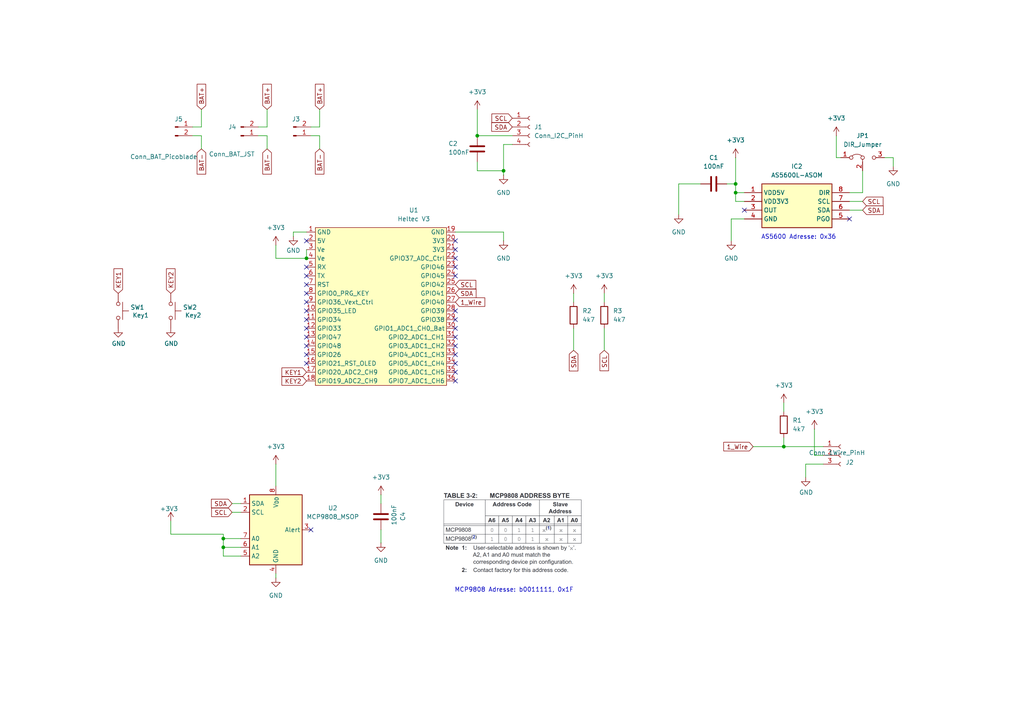
<source format=kicad_sch>
(kicad_sch (version 20231120) (generator "eeschema") (generator_version "8.0")
  (paper "A4")
  (lib_symbols
    (symbol "AS5600L-ASOM:AS5600L-ASOM"
      (property "Reference" "IC" (at 26.67 7.62 0))
      (property "Value" "AS5600L-ASOM" (at 26.67 5.08 0))
      (symbol "AS5600L-ASOM_1_1"
        (rectangle (start 5.08 2.54) (end 25.4 -10.16) (stroke (width 0.254)) (fill (type background)))
        (pin passive line (at 0 0 0) (length 5.08) (name "VDD5V") (number "1"))
        (pin passive line (at 0 -2.54 0) (length 5.08) (name "VDD3V3") (number "2"))
        (pin passive line (at 0 -5.08 0) (length 5.08) (name "OUT") (number "3"))
        (pin passive line (at 0 -7.62 0) (length 5.08) (name "GND") (number "4"))
        (pin passive line (at 30.48 -7.62 180) (length 5.08) (name "PGO") (number "5"))
        (pin passive line (at 30.48 -5.08 180) (length 5.08) (name "SDA") (number "6"))
        (pin passive line (at 30.48 -2.54 180) (length 5.08) (name "SCL") (number "7"))
        (pin passive line (at 30.48 0 180) (length 5.08) (name "DIR") (number "8"))
      )
    )
    (symbol "Connector:Conn_01x02_Pin" (pin_names (offset 1.016) hide)
      (property "Reference" "J" (at 0 2.54 0))
      (property "Value" "Conn_01x02_Pin" (at 0 -5.08 0))
      (symbol "Conn_01x02_Pin_1_1"
        (polyline (pts (xy 1.27 -2.54) (xy 0.8636 -2.54)) (stroke (width 0.1524)))
        (polyline (pts (xy 1.27 0) (xy 0.8636 0)) (stroke (width 0.1524)))
        (rectangle (start 0.8636 -2.413) (end 0 -2.667) (stroke (width 0.1524)) (fill (type outline)))
        (rectangle (start 0.8636 0.127) (end 0 -0.127) (stroke (width 0.1524)) (fill (type outline)))
        (pin passive line (at 5.08 0 180) (length 3.81) (name "Pin_1") (number "1"))
        (pin passive line (at 5.08 -2.54 180) (length 3.81) (name "Pin_2") (number "2"))
      )
    )
    (symbol "Connector:Conn_01x03_Socket" (pin_names (offset 1.016) hide)
      (property "Reference" "J" (at 0 5.08 0))
      (property "Value" "Conn_01x03_Socket" (at 0 -5.08 0))
      (symbol "Conn_01x03_Socket_1_1"
        (arc (start 0 -2.032) (mid -0.5058 -2.54) (end 0 -3.048) (stroke (width 0.1524)))
        (polyline (pts (xy -1.27 -2.54) (xy -0.508 -2.54)) (stroke (width 0.1524)))
        (polyline (pts (xy -1.27 0) (xy -0.508 0)) (stroke (width 0.1524)))
        (polyline (pts (xy -1.27 2.54) (xy -0.508 2.54)) (stroke (width 0.1524)))
        (arc (start 0 0.508) (mid -0.5058 0) (end 0 -0.508) (stroke (width 0.1524)))
        (arc (start 0 3.048) (mid -0.5058 2.54) (end 0 2.032) (stroke (width 0.1524)))
        (pin passive line (at -5.08 2.54 0) (length 3.81) (name "Pin_1") (number "1"))
        (pin passive line (at -5.08 0 0) (length 3.81) (name "Pin_2") (number "2"))
        (pin passive line (at -5.08 -2.54 0) (length 3.81) (name "Pin_3") (number "3"))
      )
    )
    (symbol "Connector:Conn_01x04_Socket" (pin_names (offset 1.016) hide)
      (property "Reference" "J" (at 0 5.08 0))
      (property "Value" "Conn_01x04_Socket" (at 0 -7.62 0))
      (symbol "Conn_01x04_Socket_1_1"
        (arc (start 0 -4.572) (mid -0.5058 -5.08) (end 0 -5.588) (stroke (width 0.1524)))
        (arc (start 0 -2.032) (mid -0.5058 -2.54) (end 0 -3.048) (stroke (width 0.1524)))
        (polyline (pts (xy -1.27 -5.08) (xy -0.508 -5.08)) (stroke (width 0.1524)))
        (polyline (pts (xy -1.27 -2.54) (xy -0.508 -2.54)) (stroke (width 0.1524)))
        (polyline (pts (xy -1.27 0) (xy -0.508 0)) (stroke (width 0.1524)))
        (polyline (pts (xy -1.27 2.54) (xy -0.508 2.54)) (stroke (width 0.1524)))
        (arc (start 0 0.508) (mid -0.5058 0) (end 0 -0.508) (stroke (width 0.1524)))
        (arc (start 0 3.048) (mid -0.5058 2.54) (end 0 2.032) (stroke (width 0.1524)))
        (pin passive line (at -5.08 2.54 0) (length 3.81) (name "Pin_1") (number "1"))
        (pin passive line (at -5.08 0 0) (length 3.81) (name "Pin_2") (number "2"))
        (pin passive line (at -5.08 -2.54 0) (length 3.81) (name "Pin_3") (number "3"))
        (pin passive line (at -5.08 -5.08 0) (length 3.81) (name "Pin_4") (number "4"))
      )
    )
    (symbol "Device:C" (pin_numbers hide) (pin_names (offset 0.254))
      (property "Reference" "C" (at 0.635 2.54 0))
      (property "Value" "C" (at 0.635 -2.54 0))
      (symbol "C_0_1"
        (polyline (pts (xy -2.032 -0.762) (xy 2.032 -0.762)) (stroke (width 0.508)))
        (polyline (pts (xy -2.032 0.762) (xy 2.032 0.762)) (stroke (width 0.508)))
      )
      (symbol "C_1_1"
        (pin passive line (at 0 3.81 270) (length 2.794) (name "~") (number "1"))
        (pin passive line (at 0 -3.81 90) (length 2.794) (name "~") (number "2"))
      )
    )
    (symbol "Device:R" (pin_numbers hide) (pin_names (offset 0))
      (property "Reference" "R" (at 2.032 0 90))
      (property "Value" "R" (at 0 0 90))
      (symbol "R_0_1"
        (rectangle (start -1.016 -2.54) (end 1.016 2.54) (stroke (width 0.254)))
      )
      (symbol "R_1_1"
        (pin passive line (at 0 3.81 270) (length 1.27) (name "~") (number "1"))
        (pin passive line (at 0 -3.81 90) (length 1.27) (name "~") (number "2"))
      )
    )
    (symbol "Jumper:Jumper_3_Bridged12" (pin_names (offset 0) hide) (exclude_from_sim yes) (in_bom no)
      (property "Reference" "JP" (at -2.54 -2.54 0))
      (property "Value" "Jumper_3_Bridged12" (at 0 2.794 0))
      (symbol "Jumper_3_Bridged12_0_0"
        (circle (center -3.302 0) (radius 0.508))
        (circle (center 0 0) (radius 0.508))
        (circle (center 3.302 0) (radius 0.508))
      )
      (symbol "Jumper_3_Bridged12_0_1"
        (arc (start -0.254 0.508) (mid -1.651 0.9912) (end -3.048 0.508))
        (polyline (pts (xy 0 -1.27) (xy 0 -0.508)))
      )
      (symbol "Jumper_3_Bridged12_1_1"
        (pin passive line (at -6.35 0 0) (length 2.54) (name "A") (number "1"))
        (pin passive line (at 0 -3.81 90) (length 2.54) (name "C") (number "2"))
        (pin passive line (at 6.35 0 180) (length 2.54) (name "B") (number "3"))
      )
    )
    (symbol "MCU_Heltec:Wifi_LoRa_V3"
      (property "Reference" "U2" (at 20.32 50.8 0))
      (property "Value" "Heltec V3" (at 20.32 48.26 0))
      (symbol "Wifi_LoRa_V3_0_1"
        (rectangle (start 0 45.72) (end 38.1 0) (fill (type background)))
      )
      (symbol "Wifi_LoRa_V3_1_1"
        (pin power_in line (at -2.54 44.45 0) (length 2.54) (name "GND") (number "1"))
        (pin bidirectional line (at -2.54 21.59 0) (length 2.54) (name "GPIO35_LED") (number "10"))
        (pin bidirectional line (at -2.54 19.05 0) (length 2.54) (name "GPIO34") (number "11"))
        (pin bidirectional line (at -2.54 16.51 0) (length 2.54) (name "GPIO33") (number "12"))
        (pin bidirectional line (at -2.54 13.97 0) (length 2.54) (name "GPIO47") (number "13"))
        (pin bidirectional line (at -2.54 11.43 0) (length 2.54) (name "GPIO48") (number "14"))
        (pin bidirectional line (at -2.54 8.89 0) (length 2.54) (name "GPIO26") (number "15"))
        (pin bidirectional line (at -2.54 6.35 0) (length 2.54) (name "GPIO21_RST_OLED") (number "16"))
        (pin bidirectional line (at -2.54 3.81 0) (length 2.54) (name "GPIO20_ADC2_CH9") (number "17"))
        (pin bidirectional line (at -2.54 1.27 0) (length 2.54) (name "GPIO19_ADC2_CH9") (number "18"))
        (pin power_in line (at 40.64 44.45 180) (length 2.54) (name "GND") (number "19"))
        (pin power_in line (at -2.54 41.91 0) (length 2.54) (name "5V") (number "2"))
        (pin power_in line (at 40.64 41.91 180) (length 2.54) (name "3V3") (number "20"))
        (pin power_in line (at 40.64 39.37 180) (length 2.54) (name "3V3") (number "21"))
        (pin bidirectional line (at 40.64 36.83 180) (length 2.54) (name "GPIO37_ADC_Ctrl") (number "22"))
        (pin bidirectional line (at 40.64 34.29 180) (length 2.54) (name "GPIO46") (number "23"))
        (pin bidirectional line (at 40.64 31.75 180) (length 2.54) (name "GPIO45") (number "24"))
        (pin bidirectional line (at 40.64 29.21 180) (length 2.54) (name "GPIO42") (number "25"))
        (pin bidirectional line (at 40.64 26.67 180) (length 2.54) (name "GPIO41") (number "26"))
        (pin bidirectional line (at 40.64 24.13 180) (length 2.54) (name "GPIO40") (number "27"))
        (pin bidirectional line (at 40.64 21.59 180) (length 2.54) (name "GPIO39") (number "28"))
        (pin bidirectional line (at 40.64 19.05 180) (length 2.54) (name "GPIO38") (number "29"))
        (pin power_in line (at -2.54 39.37 0) (length 2.54) (name "Ve") (number "3"))
        (pin bidirectional line (at 40.64 16.51 180) (length 2.54) (name "GPIO1_ADC1_CH0_Bat") (number "30"))
        (pin bidirectional line (at 40.64 13.97 180) (length 2.54) (name "GPIO2_ADC1_CH1") (number "31"))
        (pin bidirectional line (at 40.64 11.43 180) (length 2.54) (name "GPIO3_ADC1_CH2") (number "32"))
        (pin bidirectional line (at 40.64 8.89 180) (length 2.54) (name "GPIO4_ADC1_CH3") (number "33"))
        (pin bidirectional line (at 40.64 6.35 180) (length 2.54) (name "GPIO5_ADC1_CH4") (number "34"))
        (pin bidirectional line (at 40.64 3.81 180) (length 2.54) (name "GPIO6_ADC1_CH5") (number "35"))
        (pin bidirectional line (at 40.64 1.27 180) (length 2.54) (name "GPIO7_ADC1_CH6") (number "36"))
        (pin power_in line (at -2.54 36.83 0) (length 2.54) (name "Ve") (number "4"))
        (pin bidirectional line (at -2.54 34.29 0) (length 2.54) (name "RX") (number "5"))
        (pin bidirectional line (at -2.54 31.75 0) (length 2.54) (name "TX") (number "6"))
        (pin input line (at -2.54 29.21 0) (length 2.54) (name "RST") (number "7"))
        (pin bidirectional line (at -2.54 26.67 0) (length 2.54) (name "GPIO0_PRG_KEY") (number "8"))
        (pin bidirectional line (at -2.54 24.13 0) (length 2.54) (name "GPIO36_Vext_Ctrl") (number "9"))
      )
    )
    (symbol "Sensor_Temperature:MCP9808_MSOP"
      (property "Reference" "U" (at -6.35 11.43 0))
      (property "Value" "MCP9808_MSOP" (at 10.16 11.43 0))
      (symbol "MCP9808_MSOP_0_1"
        (rectangle (start -7.62 10.16) (end 7.62 -10.16) (stroke (width 0.254)) (fill (type background)))
      )
      (symbol "MCP9808_MSOP_1_1"
        (pin bidirectional line (at -10.16 7.62 0) (length 2.54) (name "SDA") (number "1"))
        (pin input line (at -10.16 5.08 0) (length 2.54) (name "SCL") (number "2"))
        (pin output line (at 10.16 0 180) (length 2.54) (name "Alert") (number "3"))
        (pin power_in line (at 0 -12.7 90) (length 2.54) (name "GND") (number "4"))
        (pin input line (at -10.16 -7.62 0) (length 2.54) (name "A2") (number "5"))
        (pin input line (at -10.16 -5.08 0) (length 2.54) (name "A1") (number "6"))
        (pin input line (at -10.16 -2.54 0) (length 2.54) (name "A0") (number "7"))
        (pin power_in line (at 0 12.7 270) (length 2.54) (name "V_{DD}") (number "8"))
      )
    )
    (symbol "Switch:SW_Push" (pin_numbers hide) (pin_names (offset 1.016) hide)
      (property "Reference" "SW" (at 1.27 2.54 0))
      (property "Value" "SW_Push" (at 0 -1.524 0))
      (symbol "SW_Push_0_1"
        (circle (center -2.032 0) (radius 0.508))
        (polyline (pts (xy 0 1.27) (xy 0 3.048)))
        (polyline (pts (xy 2.54 1.27) (xy -2.54 1.27)))
        (circle (center 2.032 0) (radius 0.508))
        (pin passive line (at -5.08 0 0) (length 2.54) (name "1") (number "1"))
        (pin passive line (at 5.08 0 180) (length 2.54) (name "2") (number "2"))
      )
    )
    (symbol "power:+3V3" (power) (pin_numbers hide) (pin_names (offset 0) hide)
      (property "Value" "+3V3" (at 0 3.556 0))
      (symbol "+3V3_0_1"
        (polyline (pts (xy -0.762 1.27) (xy 0 2.54)))
        (polyline (pts (xy 0 0) (xy 0 2.54)))
        (polyline (pts (xy 0 2.54) (xy 0.762 1.27)))
      )
      (symbol "+3V3_1_1"
        (pin power_in line (at 0 0 90) (length 0) (name "~") (number "1"))
      )
    )
    (symbol "power:GND" (power) (pin_numbers hide) (pin_names (offset 0) hide)
      (property "Value" "GND" (at 0 -3.81 0))
      (symbol "GND_0_1"
        (polyline (pts (xy 0 0) (xy 0 -1.27) (xy 1.27 -1.27) (xy 0 -2.54) (xy -1.27 -1.27) (xy 0 -1.27)))
      )
      (symbol "GND_1_1"
        (pin power_in line (at 0 0 270) (length 0) (name "~") (number "1"))
      )
    )
  )
  (junction (at 213.36 55.88))
  (junction (at 138.43 39.37))
  (junction (at 64.77 156.21))
  (junction (at 146.05 49.53))
  (junction (at 227.33 129.54))
  (junction (at 64.77 158.75))
  (junction (at 88.9 74.93))
  (junction (at 213.36 53.34))
  (no_connect (at 132.08 97.79))
  (no_connect (at 215.9 60.96))
  (no_connect (at 246.38 63.5))
  (no_connect (at 88.9 95.25))
  (no_connect (at 132.08 105.41))
  (no_connect (at 132.08 69.85))
  (no_connect (at 132.08 100.33))
  (no_connect (at 132.08 90.17))
  (no_connect (at 132.08 72.39))
  (no_connect (at 132.08 110.49))
  (no_connect (at 88.9 82.55))
  (no_connect (at 132.08 80.01))
  (no_connect (at 88.9 97.79))
  (no_connect (at 132.08 74.93))
  (no_connect (at 132.08 77.47))
  (no_connect (at 88.9 85.09))
  (no_connect (at 88.9 77.47))
  (no_connect (at 88.9 100.33))
  (no_connect (at 88.9 80.01))
  (no_connect (at 132.08 95.25))
  (no_connect (at 88.9 92.71))
  (no_connect (at 88.9 90.17))
  (no_connect (at 132.08 92.71))
  (no_connect (at 88.9 102.87))
  (no_connect (at 88.9 69.85))
  (no_connect (at 132.08 107.95))
  (no_connect (at 88.9 105.41))
  (no_connect (at 88.9 87.63))
  (no_connect (at 132.08 102.87))
  (no_connect (at 90.17 153.67))
  (wire (pts (xy 58.42 31.75) (xy 58.42 36.83)))
  (wire (pts (xy 67.31 146.05) (xy 69.85 146.05)))
  (wire (pts (xy 67.31 148.59) (xy 69.85 148.59)))
  (wire (pts (xy 215.9 63.5) (xy 212.09 63.5)))
  (wire (pts (xy 227.33 129.54) (xy 238.76 129.54)))
  (wire (pts (xy 88.9 67.31) (xy 85.09 67.31)))
  (wire (pts (xy 233.68 134.62) (xy 233.68 138.43)))
  (wire (pts (xy 80.01 71.12) (xy 80.01 74.93)))
  (wire (pts (xy 77.47 31.75) (xy 77.47 36.83)))
  (wire (pts (xy 215.9 58.42) (xy 213.36 58.42)))
  (wire (pts (xy 259.08 45.72) (xy 256.54 45.72)))
  (wire (pts (xy 77.47 36.83) (xy 74.93 36.83)))
  (wire (pts (xy 146.05 41.91) (xy 146.05 49.53)))
  (wire (pts (xy 138.43 49.53) (xy 146.05 49.53)))
  (wire (pts (xy 212.09 63.5) (xy 212.09 69.85)))
  (wire (pts (xy 90.17 39.37) (xy 92.71 39.37)))
  (wire (pts (xy 242.57 45.72) (xy 243.84 45.72)))
  (wire (pts (xy 85.09 67.31) (xy 85.09 68.58)))
  (wire (pts (xy 146.05 67.31) (xy 146.05 69.85)))
  (wire (pts (xy 196.85 53.34) (xy 196.85 62.23)))
  (wire (pts (xy 138.43 39.37) (xy 138.43 31.75)))
  (wire (pts (xy 250.19 60.96) (xy 246.38 60.96)))
  (wire (pts (xy 175.26 95.25) (xy 175.26 101.6)))
  (wire (pts (xy 80.01 74.93) (xy 88.9 74.93)))
  (wire (pts (xy 58.42 36.83) (xy 55.88 36.83)))
  (wire (pts (xy 236.22 132.08) (xy 236.22 124.46)))
  (wire (pts (xy 213.36 53.34) (xy 213.36 55.88)))
  (wire (pts (xy 148.59 39.37) (xy 138.43 39.37)))
  (wire (pts (xy 227.33 127) (xy 227.33 129.54)))
  (wire (pts (xy 110.49 153.67) (xy 110.49 157.48)))
  (wire (pts (xy 166.37 85.09) (xy 166.37 87.63)))
  (wire (pts (xy 110.49 146.05) (xy 110.49 143.51)))
  (wire (pts (xy 55.88 39.37) (xy 58.42 39.37)))
  (wire (pts (xy 203.2 53.34) (xy 196.85 53.34)))
  (wire (pts (xy 166.37 95.25) (xy 166.37 101.6)))
  (wire (pts (xy 80.01 167.64) (xy 80.01 166.37)))
  (wire (pts (xy 64.77 161.29) (xy 64.77 158.75)))
  (wire (pts (xy 92.71 36.83) (xy 90.17 36.83)))
  (wire (pts (xy 132.08 67.31) (xy 146.05 67.31)))
  (wire (pts (xy 49.53 154.94) (xy 64.77 154.94)))
  (wire (pts (xy 80.01 134.62) (xy 80.01 140.97)))
  (wire (pts (xy 77.47 39.37) (xy 77.47 43.18)))
  (wire (pts (xy 250.19 49.53) (xy 250.19 55.88)))
  (wire (pts (xy 259.08 48.26) (xy 259.08 45.72)))
  (wire (pts (xy 69.85 161.29) (xy 64.77 161.29)))
  (wire (pts (xy 250.19 58.42) (xy 246.38 58.42)))
  (wire (pts (xy 250.19 55.88) (xy 246.38 55.88)))
  (wire (pts (xy 146.05 49.53) (xy 146.05 50.8)))
  (wire (pts (xy 148.59 41.91) (xy 146.05 41.91)))
  (wire (pts (xy 213.36 55.88) (xy 215.9 55.88)))
  (wire (pts (xy 238.76 134.62) (xy 233.68 134.62)))
  (wire (pts (xy 175.26 85.09) (xy 175.26 87.63)))
  (wire (pts (xy 74.93 39.37) (xy 77.47 39.37)))
  (wire (pts (xy 238.76 132.08) (xy 236.22 132.08)))
  (wire (pts (xy 242.57 39.37) (xy 242.57 45.72)))
  (wire (pts (xy 69.85 158.75) (xy 64.77 158.75)))
  (wire (pts (xy 138.43 46.99) (xy 138.43 49.53)))
  (wire (pts (xy 210.82 53.34) (xy 213.36 53.34)))
  (wire (pts (xy 218.44 129.54) (xy 227.33 129.54)))
  (wire (pts (xy 213.36 45.72) (xy 213.36 53.34)))
  (wire (pts (xy 213.36 58.42) (xy 213.36 55.88)))
  (wire (pts (xy 64.77 156.21) (xy 69.85 156.21)))
  (wire (pts (xy 64.77 154.94) (xy 64.77 156.21)))
  (wire (pts (xy 227.33 116.84) (xy 227.33 119.38)))
  (wire (pts (xy 92.71 31.75) (xy 92.71 36.83)))
  (wire (pts (xy 49.53 151.13) (xy 49.53 154.94)))
  (wire (pts (xy 92.71 39.37) (xy 92.71 43.18)))
  (wire (pts (xy 58.42 39.37) (xy 58.42 43.18)))
  (wire (pts (xy 88.9 72.39) (xy 88.9 74.93)))
  (wire (pts (xy 64.77 156.21) (xy 64.77 158.75)))
  (image (at 149.86 154.94) (scale 0.529538))
  (text "MCP9808 Adresse: b0011111, 0x1F" (at 149.098 171.196 0) (effects (font (size 1.27 1.27))))
  (text "AS5600 Adresse: 0x36" (at 231.648 68.834 0) (effects (font (size 1.27 1.27))))
  (global_label "BAT-" (shape input) (at 92.71 43.18 270) (property "Intersheetrefs" "${INTERSHEET_REFS}" (effects (hide yes))))
  (global_label "KEY1" (shape input) (at 34.29 85.09 90) (property "Intersheetrefs" "${INTERSHEET_REFS}" (effects (hide yes))))
  (global_label "SDA" (shape input) (at 132.08 85.09 0) (property "Intersheetrefs" "${INTERSHEET_REFS}" (effects (hide yes))))
  (global_label "SCL" (shape input) (at 132.08 82.55 0) (property "Intersheetrefs" "${INTERSHEET_REFS}" (effects (hide yes))))
  (global_label "SCL" (shape input) (at 148.59 34.29 180) (property "Intersheetrefs" "${INTERSHEET_REFS}" (effects (hide yes))))
  (global_label "BAT+" (shape input) (at 92.71 31.75 90) (property "Intersheetrefs" "${INTERSHEET_REFS}" (effects (hide yes))))
  (global_label "SDA" (shape input) (at 166.37 101.6 270) (property "Intersheetrefs" "${INTERSHEET_REFS}" (effects (hide yes))))
  (global_label "SCL" (shape input) (at 67.31 148.59 180) (property "Intersheetrefs" "${INTERSHEET_REFS}" (effects (hide yes))))
  (global_label "BAT-" (shape input) (at 77.47 43.18 270) (property "Intersheetrefs" "${INTERSHEET_REFS}" (effects (hide yes))))
  (global_label "1_Wire" (shape input) (at 218.44 129.54 180) (property "Intersheetrefs" "${INTERSHEET_REFS}" (effects (hide yes))))
  (global_label "BAT+" (shape input) (at 77.47 31.75 90) (property "Intersheetrefs" "${INTERSHEET_REFS}" (effects (hide yes))))
  (global_label "KEY2" (shape input) (at 49.53 85.09 90) (property "Intersheetrefs" "${INTERSHEET_REFS}" (effects (hide yes))))
  (global_label "BAT+" (shape input) (at 58.42 31.75 90) (property "Intersheetrefs" "${INTERSHEET_REFS}" (effects (hide yes))))
  (global_label "KEY1" (shape input) (at 88.9 107.95 180) (property "Intersheetrefs" "${INTERSHEET_REFS}" (effects (hide yes))))
  (global_label "SDA" (shape input) (at 250.19 60.96 0) (property "Intersheetrefs" "${INTERSHEET_REFS}" (effects (hide yes))))
  (global_label "1_Wire" (shape input) (at 132.08 87.63 0) (property "Intersheetrefs" "${INTERSHEET_REFS}" (effects (hide yes))))
  (global_label "SCL" (shape input) (at 250.19 58.42 0) (property "Intersheetrefs" "${INTERSHEET_REFS}" (effects (hide yes))))
  (global_label "BAT-" (shape input) (at 58.42 43.18 270) (property "Intersheetrefs" "${INTERSHEET_REFS}" (effects (hide yes))))
  (global_label "SDA" (shape input) (at 67.31 146.05 180) (property "Intersheetrefs" "${INTERSHEET_REFS}" (effects (hide yes))))
  (global_label "SDA" (shape input) (at 148.59 36.83 180) (property "Intersheetrefs" "${INTERSHEET_REFS}" (effects (hide yes))))
  (global_label "KEY2" (shape input) (at 88.9 110.49 180) (property "Intersheetrefs" "${INTERSHEET_REFS}" (effects (hide yes))))
  (global_label "SCL" (shape input) (at 175.26 101.6 270) (property "Intersheetrefs" "${INTERSHEET_REFS}" (effects (hide yes))))
  (symbol (lib_id "power:GND") (at 259.08 48.26 0) (unit 1)
    (property "Reference" "#PWR05" (effects (hide yes)))
    (property "Value" "GND" (at 259.08 53.34 0))
    (property "Description" "Power symbol creates a global label with name \"GND\" , ground" (effects (hide yes)))
  )
  (symbol (lib_id "power:+3V3") (at 242.57 39.37 0) (unit 1)
    (property "Reference" "#PWR09" (effects (hide yes)))
    (property "Value" "+3V3" (at 242.57 34.29 0))
    (property "Description" "Power symbol creates a global label with name \"+3V3\"" (effects (hide yes)))
  )
  (symbol (lib_id "Connector:Conn_01x02_Pin") (at 69.85 39.37 0) (mirror x) (unit 1)
    (property "Reference" "J4" (at 68.58 36.8299 0) (effects (justify right)))
    (property "Value" "Conn_BAT_JST" (at 73.914 44.704 0) (effects (justify right)))
    (property "Footprint" "Connector_JST:JST_PH_B2B-PH-K_1x02_P2.00mm_Vertical" (effects (hide yes)))
    (property "Description" "Generic connector, single row, 01x02, script generated" (effects (hide yes)))
  )
  (symbol (lib_id "power:GND") (at 212.09 69.85 0) (unit 1)
    (property "Reference" "#PWR02" (effects (hide yes)))
    (property "Value" "GND" (at 212.09 74.93 0))
    (property "Description" "Power symbol creates a global label with name \"GND\" , ground" (effects (hide yes)))
  )
  (symbol (lib_id "power:+3V3") (at 80.01 134.62 0) (mirror y) (unit 1)
    (property "Reference" "#PWR017" (effects (hide yes)))
    (property "Value" "+3V3" (at 80.01 129.54 0))
    (property "Description" "Power symbol creates a global label with name \"+3V3\"" (effects (hide yes)))
  )
  (symbol (lib_id "power:+3V3") (at 166.37 85.09 0) (unit 1)
    (property "Reference" "#PWR07" (effects (hide yes)))
    (property "Value" "+3V3" (at 166.37 80.01 0))
    (property "Description" "Power symbol creates a global label with name \"+3V3\"" (effects (hide yes)))
  )
  (symbol (lib_id "power:GND") (at 146.05 69.85 0) (unit 1)
    (property "Reference" "#PWR03" (effects (hide yes)))
    (property "Value" "GND" (at 146.05 74.93 0))
    (property "Description" "Power symbol creates a global label with name \"GND\" , ground" (effects (hide yes)))
  )
  (symbol (lib_id "power:GND") (at 196.85 62.23 0) (unit 1)
    (property "Reference" "#PWR01" (effects (hide yes)))
    (property "Value" "GND" (at 196.85 67.31 0))
    (property "Description" "Power symbol creates a global label with name \"GND\" , ground" (effects (hide yes)))
  )
  (symbol (lib_id "Switch:SW_Push") (at 34.29 90.17 270) (mirror x) (unit 1)
    (property "Reference" "SW1" (at 41.91 89.154 90) (effects (justify right)))
    (property "Value" "Key1" (at 43.18 91.44 90) (effects (justify right)))
    (property "Footprint" "crack_monitoring:SW_Push_SPST_NO_Alps_SKRK" (effects (hide yes)))
    (property "Description" "Push button switch, generic, two pins" (effects (hide yes)))
  )
  (symbol (lib_id "Device:R") (at 166.37 91.44 0) (unit 1)
    (property "Reference" "R2" (at 168.91 90.1699 0) (effects (justify left)))
    (property "Value" "4k7" (at 168.91 92.7099 0) (effects (justify left)))
    (property "Footprint" "Resistor_SMD:R_0603_1608Metric" (effects (hide yes)))
    (property "Description" "Resistor" (effects (hide yes)))
  )
  (symbol (lib_id "power:GND") (at 85.09 68.58 0) (unit 1)
    (property "Reference" "#PWR021" (effects (hide yes)))
    (property "Value" "GND" (at 85.09 72.644 0))
    (property "Description" "Power symbol creates a global label with name \"GND\" , ground" (effects (hide yes)))
  )
  (symbol (lib_id "power:+3V3") (at 80.01 71.12 0) (unit 1)
    (property "Reference" "#PWR06" (effects (hide yes)))
    (property "Value" "+3V3" (at 80.01 66.04 0))
    (property "Description" "Power symbol creates a global label with name \"+3V3\"" (effects (hide yes)))
  )
  (symbol (lib_id "Device:C") (at 110.49 149.86 0) (mirror y) (unit 1)
    (property "Reference" "C4" (at 116.84 151.13 90) (effects (justify left)))
    (property "Value" "100nF" (at 114.3 152.4 90) (effects (justify left)))
    (property "Footprint" "Capacitor_SMD:C_0603_1608Metric" (effects (hide yes)))
    (property "in shopping cart" "y" (effects (hide yes)))
  )
  (symbol (lib_id "power:+3V3") (at 138.43 31.75 0) (unit 1)
    (property "Reference" "#PWR011" (effects (hide yes)))
    (property "Value" "+3V3" (at 138.43 26.67 0))
    (property "Description" "Power symbol creates a global label with name \"+3V3\"" (effects (hide yes)))
  )
  (symbol (lib_id "Sensor_Temperature:MCP9808_MSOP") (at 80.01 153.67 0) (unit 1)
    (property "Reference" "U2" (at 96.52 147.3514 0))
    (property "Value" "MCP9808_MSOP" (at 96.52 149.8914 0))
    (property "Footprint" "Package_SO:MSOP-8_3x3mm_P0.65mm" (effects (hide yes)))
    (property "Datasheet" "http://ww1.microchip.com/downloads/en/DeviceDoc/22203b.pdf" (effects (hide yes)))
    (property "Description" "±0.25°C (±0.5°C) Typical (Maximum), Digital Temperature Sensor, MSOP-8" (effects (hide yes)))
  )
  (symbol (lib_id "AS5600L-ASOM:AS5600L-ASOM") (at 215.9 55.88 0) (unit 1)
    (property "Reference" "IC2" (at 231.14 48.26 0))
    (property "Value" "AS5600L-ASOM" (at 231.14 50.8 0))
    (property "Footprint" "SOIC127P600X175-8N" (effects (hide yes)))
    (property "Description" "Board Mount Motion & Position Sensors AS5600L-ASOM SOIC8 LF T&RDP" (effects (hide yes)))
    (property "Height" "1.75" (effects (hide yes)))
    (property "Mouser Part Number" "985-AS5600L-ASOM" (effects (hide yes)))
    (property "Mouser Price/Stock" "https://www.mouser.co.uk/ProductDetail/ams-OSRAM/AS5600L-ASOM?qs=%252BEew9%252B0nqrBunD4f%2FviZXA%3D%3D" (effects (hide yes)))
    (property "Manufacturer_Name" "ams OSRAM" (effects (hide yes)))
    (property "Manufacturer_Part_Number" "AS5600L-ASOM" (effects (hide yes)))
  )
  (symbol (lib_id "power:GND") (at 233.68 138.43 0) (unit 1)
    (property "Reference" "#PWR013" (effects (hide yes)))
    (property "Value" "GND" (at 233.807 142.8242 0))
    (property "Description" "Power symbol creates a global label with name \"GND\" , ground" (effects (hide yes)))
  )
  (symbol (lib_id "Switch:SW_Push") (at 49.53 90.17 270) (mirror x) (unit 1)
    (property "Reference" "SW2" (at 57.15 89.154 90) (effects (justify right)))
    (property "Value" "Key2" (at 58.42 91.44 90) (effects (justify right)))
    (property "Footprint" "crack_monitoring:SW_Push_SPST_NO_Alps_SKRK" (effects (hide yes)))
    (property "Description" "Push button switch, generic, two pins" (effects (hide yes)))
  )
  (symbol (lib_id "Connector:Conn_01x03_Socket") (at 243.84 132.08 0) (unit 1)
    (property "Reference" "J2" (at 247.65 134.112 0) (effects (justify right)))
    (property "Value" "Conn_1Wire_PinH" (at 250.952 131.318 0) (effects (justify right)))
    (property "Footprint" "Connector_PinHeader_2.54mm:PinHeader_1x03_P2.54mm_Vertical" (effects (hide yes)))
    (property "Description" "Generic connector, single row, 01x03, script generated" (effects (hide yes)))
  )
  (symbol (lib_id "power:+3V3") (at 110.49 143.51 0) (mirror y) (unit 1)
    (property "Reference" "#PWR019" (effects (hide yes)))
    (property "Value" "+3V3" (at 110.49 138.43 0))
    (property "Description" "Power symbol creates a global label with name \"+3V3\"" (effects (hide yes)))
  )
  (symbol (lib_id "Connector:Conn_01x02_Pin") (at 50.8 36.83 0) (unit 1)
    (property "Reference" "J5" (at 51.816 34.544 0))
    (property "Value" "Conn_BAT_Picoblade" (at 47.498 45.466 0))
    (property "Footprint" "Connector_Molex:Molex_PicoBlade_53047-0210_1x02_P1.25mm_Vertical" (effects (hide yes)))
    (property "Description" "Generic connector, single row, 01x02, script generated" (effects (hide yes)))
  )
  (symbol (lib_id "power:+3V3") (at 213.36 45.72 0) (unit 1)
    (property "Reference" "#PWR04" (effects (hide yes)))
    (property "Value" "+3V3" (at 213.36 40.64 0))
    (property "Description" "Power symbol creates a global label with name \"+3V3\"" (effects (hide yes)))
  )
  (symbol (lib_id "power:+3V3") (at 236.22 124.46 0) (unit 1)
    (property "Reference" "#PWR08" (effects (hide yes)))
    (property "Value" "+3V3" (at 236.22 119.38 0))
    (property "Description" "Power symbol creates a global label with name \"+3V3\"" (effects (hide yes)))
  )
  (symbol (lib_id "Connector:Conn_01x04_Socket") (at 153.67 36.83 0) (unit 1)
    (property "Reference" "J1" (at 154.94 36.8299 0) (effects (justify left)))
    (property "Value" "Conn_I2C_PinH" (at 154.94 39.3699 0) (effects (justify left)))
    (property "Footprint" "Connector_PinHeader_2.54mm:PinHeader_1x04_P2.54mm_Vertical" (effects (hide yes)))
    (property "Description" "Generic connector, single row, 01x04, script generated" (effects (hide yes)))
  )
  (symbol (lib_id "Device:R") (at 227.33 123.19 0) (unit 1)
    (property "Reference" "R1" (at 229.87 121.9199 0) (effects (justify left)))
    (property "Value" "4k7" (at 229.87 124.4599 0) (effects (justify left)))
    (property "Footprint" "Resistor_SMD:R_0603_1608Metric" (effects (hide yes)))
    (property "Description" "Resistor" (effects (hide yes)))
  )
  (symbol (lib_id "Device:R") (at 175.26 91.44 0) (unit 1)
    (property "Reference" "R3" (at 177.8 90.1699 0) (effects (justify left)))
    (property "Value" "4k7" (at 177.8 92.7099 0) (effects (justify left)))
    (property "Footprint" "Resistor_SMD:R_0603_1608Metric" (effects (hide yes)))
    (property "Description" "Resistor" (effects (hide yes)))
  )
  (symbol (lib_id "Device:C") (at 207.01 53.34 90) (unit 1)
    (property "Reference" "C1" (at 207.01 45.72 90))
    (property "Value" "100nF" (at 207.01 48.26 90))
    (property "Footprint" "Capacitor_SMD:C_0603_1608Metric" (effects (hide yes)))
    (property "Description" "Unpolarized capacitor" (effects (hide yes)))
  )
  (symbol (lib_id "power:GND") (at 80.01 167.64 0) (mirror y) (unit 1)
    (property "Reference" "#PWR018" (effects (hide yes)))
    (property "Value" "GND" (at 80.01 172.72 0))
    (property "Description" "Power symbol creates a global label with name \"GND\" , ground" (effects (hide yes)))
  )
  (symbol (lib_id "Device:C") (at 138.43 43.18 180) (unit 1)
    (property "Reference" "C2" (at 130.048 41.656 0) (effects (justify right)))
    (property "Value" "100nF" (at 130.048 44.196 0) (effects (justify right)))
    (property "Footprint" "Capacitor_SMD:C_0603_1608Metric" (effects (hide yes)))
    (property "Description" "Unpolarized capacitor" (effects (hide yes)))
  )
  (symbol (lib_id "Jumper:Jumper_3_Bridged12") (at 250.19 45.72 0) (unit 1) (exclude_from_sim yes) (in_bom no)
    (property "Reference" "JP1" (at 250.19 39.37 0))
    (property "Value" "DIR_Jumper" (at 250.19 41.91 0))
    (property "Footprint" "Jumper:SolderJumper-3_P1.3mm_Open_Pad1.0x1.5mm" (effects (hide yes)))
    (property "Description" "Jumper, 3-pole, pins 1+2 closed/bridged" (effects (hide yes)))
  )
  (symbol (lib_id "power:+3V3") (at 175.26 85.09 0) (unit 1)
    (property "Reference" "#PWR022" (effects (hide yes)))
    (property "Value" "+3V3" (at 175.26 80.01 0))
    (property "Description" "Power symbol creates a global label with name \"+3V3\"" (effects (hide yes)))
  )
  (symbol (lib_id "power:GND") (at 49.53 95.25 0) (unit 1)
    (property "Reference" "#PWR015" (effects (hide yes)))
    (property "Value" "GND" (at 49.657 99.6442 0))
    (property "Description" "Power symbol creates a global label with name \"GND\" , ground" (effects (hide yes)))
  )
  (symbol (lib_id "power:GND") (at 110.49 157.48 0) (mirror y) (unit 1)
    (property "Reference" "#PWR020" (effects (hide yes)))
    (property "Value" "GND" (at 110.49 162.56 0))
    (property "Description" "Power symbol creates a global label with name \"GND\" , ground" (effects (hide yes)))
  )
  (symbol (lib_id "power:GND") (at 34.29 95.25 0) (unit 1)
    (property "Reference" "#PWR014" (effects (hide yes)))
    (property "Value" "GND" (at 34.417 99.6442 0))
    (property "Description" "Power symbol creates a global label with name \"GND\" , ground" (effects (hide yes)))
  )
  (symbol (lib_id "power:+3V3") (at 227.33 116.84 0) (unit 1)
    (property "Reference" "#PWR012" (effects (hide yes)))
    (property "Value" "+3V3" (at 227.33 111.76 0))
    (property "Description" "Power symbol creates a global label with name \"+3V3\"" (effects (hide yes)))
  )
  (symbol (lib_id "power:GND") (at 146.05 50.8 0) (unit 1)
    (property "Reference" "#PWR010" (effects (hide yes)))
    (property "Value" "GND" (at 146.05 55.88 0))
    (property "Description" "Power symbol creates a global label with name \"GND\" , ground" (effects (hide yes)))
  )
  (symbol (lib_id "power:+3V3") (at 49.53 151.13 0) (mirror y) (unit 1)
    (property "Reference" "#PWR016" (effects (hide yes)))
    (property "Value" "+3V3" (at 49.022 147.574 0))
    (property "Description" "Power symbol creates a global label with name \"+3V3\"" (effects (hide yes)))
  )
  (symbol (lib_id "Connector:Conn_01x02_Pin") (at 85.09 39.37 0) (mirror x) (unit 1)
    (property "Reference" "J3" (at 85.852 34.544 0))
    (property "Value" "Conn_BAT_JST" (effects (hide yes)))
    (property "Footprint" "Connector_JST:JST_PH_B2B-PH-K_1x02_P2.00mm_Vertical" (effects (hide yes)))
    (property "Description" "Generic connector, single row, 01x02, script generated" (effects (hide yes)))
  )
  (symbol (lib_id "MCU_Heltec:Wifi_LoRa_V3") (at 91.44 111.76 0) (unit 1)
    (property "Reference" "U1" (at 120.015 60.96 0))
    (property "Value" "Heltec V3" (at 120.015 63.5 0))
    (property "Footprint" "custom_heltec_wifi_lora_v3:Heltec_Wifi_LoRa_V3" (effects (hide yes)))
  )
)
</source>
